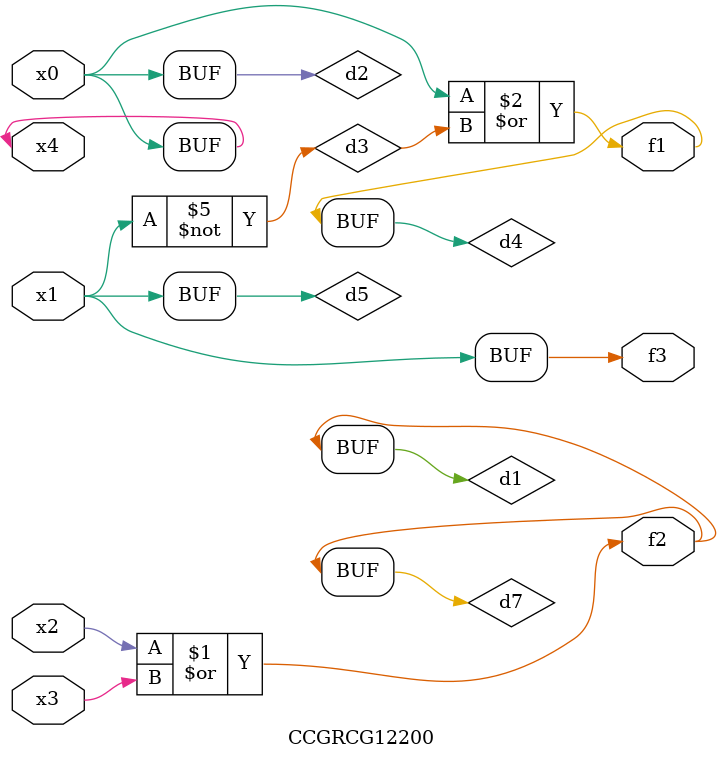
<source format=v>
module CCGRCG12200(
	input x0, x1, x2, x3, x4,
	output f1, f2, f3
);

	wire d1, d2, d3, d4, d5, d6, d7;

	or (d1, x2, x3);
	buf (d2, x0, x4);
	not (d3, x1);
	or (d4, d2, d3);
	not (d5, d3);
	nand (d6, d1, d3);
	or (d7, d1);
	assign f1 = d4;
	assign f2 = d7;
	assign f3 = d5;
endmodule

</source>
